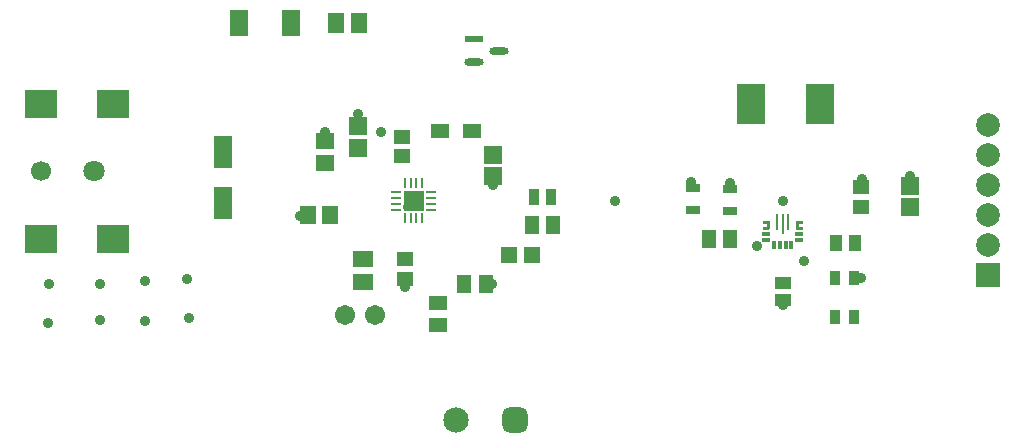
<source format=gts>
G04*
G04 #@! TF.GenerationSoftware,Altium Limited,Altium Designer,24.2.2 (26)*
G04*
G04 Layer_Color=8388736*
%FSLAX44Y44*%
%MOMM*%
G71*
G04*
G04 #@! TF.SameCoordinates,AEC4A8A8-F976-43A1-B07D-7652D342165A*
G04*
G04*
G04 #@! TF.FilePolarity,Negative*
G04*
G01*
G75*
%ADD18R,0.8081X1.2621*%
%ADD19R,1.3562X1.0546*%
%ADD24R,1.5562X1.5046*%
%ADD25R,1.4562X1.2546*%
%ADD26R,1.3000X0.7000*%
%ADD27R,2.4130X3.4290*%
%ADD28R,2.8000X2.4000*%
%ADD29R,1.6000X2.8000*%
%ADD30R,1.5000X1.2000*%
G04:AMPARAMS|DCode=32|XSize=1.636mm|YSize=0.6251mm|CornerRadius=0.3125mm|HoleSize=0mm|Usage=FLASHONLY|Rotation=0.000|XOffset=0mm|YOffset=0mm|HoleType=Round|Shape=RoundedRectangle|*
%AMROUNDEDRECTD32*
21,1,1.6360,0.0000,0,0,0.0*
21,1,1.0110,0.6251,0,0,0.0*
1,1,0.6251,0.5055,0.0000*
1,1,0.6251,-0.5055,0.0000*
1,1,0.6251,-0.5055,0.0000*
1,1,0.6251,0.5055,0.0000*
%
%ADD32ROUNDEDRECTD32*%
%ADD33R,1.6360X0.6251*%
%ADD34R,1.8034X1.8034*%
%ADD35R,0.2540X0.8128*%
%ADD36R,0.8128X0.2540*%
%ADD37R,1.5082X1.4057*%
%ADD38R,1.3621X1.1546*%
%ADD39R,0.9500X1.3500*%
%ADD40R,1.4057X1.5082*%
%ADD41R,1.3546X1.4621*%
%ADD44R,1.6032X2.2032*%
%ADD45R,1.0032X1.4532*%
%ADD46R,1.2032X1.5532*%
%ADD47R,0.3416X0.7016*%
%ADD48R,0.7016X0.3416*%
%ADD49R,0.2484X1.3484*%
%ADD50R,0.2484X1.6984*%
%ADD51R,1.4032X1.6532*%
%ADD52R,1.6532X1.4032*%
%ADD53R,1.5532X1.2032*%
%ADD54C,2.0032*%
%ADD55R,2.0032X2.0032*%
%ADD56C,1.7000*%
%ADD57C,1.8000*%
%ADD58C,1.7032*%
G04:AMPARAMS|DCode=59|XSize=2.1532mm|YSize=2.1532mm|CornerRadius=0.5891mm|HoleSize=0mm|Usage=FLASHONLY|Rotation=180.000|XOffset=0mm|YOffset=0mm|HoleType=Round|Shape=RoundedRectangle|*
%AMROUNDEDRECTD59*
21,1,2.1532,0.9750,0,0,180.0*
21,1,0.9750,2.1532,0,0,180.0*
1,1,1.1782,-0.4875,0.4875*
1,1,1.1782,0.4875,0.4875*
1,1,1.1782,0.4875,-0.4875*
1,1,1.1782,-0.4875,-0.4875*
%
%ADD59ROUNDEDRECTD59*%
%ADD60C,2.1532*%
%ADD61C,0.7112*%
%ADD62C,0.9032*%
G36*
X957608Y1047850D02*
X957701Y1047822D01*
X957748Y1047797D01*
X957788Y1047776D01*
X957863Y1047714D01*
Y1047714D01*
X957864D01*
X957926Y1047638D01*
X957947Y1047598D01*
X957972Y1047551D01*
X958000Y1047458D01*
X958010Y1047360D01*
Y1042360D01*
D01*
Y1040860D01*
X958000Y1040762D01*
X957972Y1040669D01*
X957947Y1040622D01*
X957926Y1040582D01*
X957864Y1040507D01*
X957863D01*
Y1040506D01*
X957788Y1040444D01*
X957748Y1040423D01*
X957701Y1040398D01*
X957608Y1040370D01*
X957510Y1040360D01*
X952510D01*
X952412Y1040370D01*
X952319Y1040398D01*
X952232Y1040444D01*
X952157Y1040506D01*
X952094Y1040582D01*
X952048Y1040669D01*
X952020Y1040762D01*
X952010Y1040860D01*
Y1042360D01*
X952020Y1042458D01*
X952048Y1042551D01*
X952094Y1042638D01*
X952157Y1042713D01*
X952232Y1042776D01*
X952319Y1042822D01*
X952412Y1042850D01*
X952510Y1042860D01*
X955510D01*
Y1045360D01*
X952510D01*
X952412Y1045370D01*
X952319Y1045398D01*
X952232Y1045444D01*
X952157Y1045507D01*
X952094Y1045582D01*
X952048Y1045669D01*
X952020Y1045762D01*
X952010Y1045860D01*
Y1047360D01*
X952020Y1047458D01*
X952048Y1047551D01*
X952094Y1047638D01*
X952157Y1047714D01*
X952232Y1047776D01*
X952319Y1047822D01*
X952412Y1047850D01*
X952510Y1047860D01*
X957510D01*
X957608Y1047850D01*
D02*
G37*
G36*
X985608D02*
X985701Y1047822D01*
X985788Y1047776D01*
X985863Y1047714D01*
X985926Y1047638D01*
X985972Y1047551D01*
X986000Y1047458D01*
X986010Y1047360D01*
Y1045860D01*
X986000Y1045762D01*
X985972Y1045669D01*
X985926Y1045582D01*
X985863Y1045507D01*
X985788Y1045444D01*
X985701Y1045398D01*
X985608Y1045370D01*
X985510Y1045360D01*
X982510D01*
Y1042860D01*
X985510D01*
X985608Y1042850D01*
X985701Y1042822D01*
X985788Y1042776D01*
X985863Y1042713D01*
X985926Y1042638D01*
X985972Y1042551D01*
X986000Y1042458D01*
X986010Y1042360D01*
Y1040860D01*
X986000Y1040762D01*
X985972Y1040669D01*
X985926Y1040582D01*
X985863Y1040506D01*
X985788Y1040444D01*
X985701Y1040398D01*
X985608Y1040370D01*
X985510Y1040360D01*
X980510D01*
X980412Y1040370D01*
X980319Y1040398D01*
X980272Y1040423D01*
X980232Y1040444D01*
X980156Y1040506D01*
Y1040507D01*
X980156D01*
X980094Y1040582D01*
X980073Y1040622D01*
X980048Y1040669D01*
X980020Y1040762D01*
X980010Y1040860D01*
Y1042360D01*
Y1045860D01*
Y1047360D01*
D01*
X980020Y1047458D01*
X980048Y1047551D01*
X980073Y1047598D01*
X980094Y1047638D01*
X980156Y1047714D01*
X980156D01*
Y1047714D01*
X980232Y1047776D01*
X980272Y1047797D01*
X980319Y1047822D01*
X980412Y1047850D01*
X980510Y1047860D01*
X985510D01*
X985608Y1047850D01*
D02*
G37*
D18*
X1029100Y999490D02*
D03*
X1013060D02*
D03*
Y966470D02*
D03*
X1029100D02*
D03*
D19*
X969010Y995318D02*
D03*
Y980802D02*
D03*
D24*
X1076960Y1059180D02*
D03*
Y1077196D02*
D03*
X609600Y1109862D02*
D03*
Y1127878D02*
D03*
X723900Y1085614D02*
D03*
Y1103630D02*
D03*
D25*
X1035050Y1059812D02*
D03*
Y1076328D02*
D03*
X646430Y1118876D02*
D03*
Y1102360D02*
D03*
D26*
X924560Y1056030D02*
D03*
Y1075030D02*
D03*
X892810Y1056640D02*
D03*
Y1075640D02*
D03*
D27*
X942340Y1146810D02*
D03*
X1000760D02*
D03*
D28*
X341080Y1146660D02*
D03*
Y1032660D02*
D03*
X402080Y1146660D02*
D03*
Y1032660D02*
D03*
D29*
X495300Y1106080D02*
D03*
Y1063080D02*
D03*
D30*
X705650Y1123950D02*
D03*
X678650D02*
D03*
D32*
X729192Y1191920D02*
D03*
X707390Y1182420D02*
D03*
D33*
Y1201420D02*
D03*
D34*
X656550Y1064768D02*
D03*
D35*
X649050Y1079500D02*
D03*
X654050D02*
D03*
X659050D02*
D03*
X664050D02*
D03*
Y1050036D02*
D03*
X659050D02*
D03*
X654050D02*
D03*
X649050D02*
D03*
D36*
X671282Y1072268D02*
D03*
Y1067268D02*
D03*
Y1062268D02*
D03*
Y1057268D02*
D03*
X641818D02*
D03*
Y1062268D02*
D03*
Y1067268D02*
D03*
Y1072268D02*
D03*
D37*
X581660Y1115432D02*
D03*
Y1096908D02*
D03*
D38*
X648970Y1015868D02*
D03*
Y998352D02*
D03*
D39*
X758310Y1068070D02*
D03*
X773310D02*
D03*
D40*
X567318Y1052830D02*
D03*
X585842D02*
D03*
D41*
X756518Y1018540D02*
D03*
X737002D02*
D03*
D44*
X552860Y1215390D02*
D03*
X508860D02*
D03*
D45*
X1030350Y1028700D02*
D03*
X1014350D02*
D03*
D46*
X924670Y1032510D02*
D03*
X906670D02*
D03*
X756810Y1043940D02*
D03*
X774810D02*
D03*
X699550Y994410D02*
D03*
X717550D02*
D03*
D47*
X961510Y1027360D02*
D03*
X966510D02*
D03*
X971510D02*
D03*
X976510D02*
D03*
D48*
X983010Y1031610D02*
D03*
Y1036610D02*
D03*
X955010D02*
D03*
Y1031610D02*
D03*
D49*
X974010Y1046610D02*
D03*
X964010D02*
D03*
D50*
X969010Y1044860D02*
D03*
D51*
X590710Y1215390D02*
D03*
X610710D02*
D03*
D52*
X613410Y1015840D02*
D03*
Y995840D02*
D03*
D53*
X676910Y960010D02*
D03*
Y978010D02*
D03*
D54*
X1143000Y1052830D02*
D03*
Y1027430D02*
D03*
Y1078230D02*
D03*
Y1103630D02*
D03*
Y1129030D02*
D03*
D55*
Y1002030D02*
D03*
D56*
X341080Y1089660D02*
D03*
D57*
X386080D02*
D03*
D58*
X598170Y967740D02*
D03*
X623570D02*
D03*
D59*
X742550Y878880D02*
D03*
D60*
X692550D02*
D03*
D61*
X659130Y1069340D02*
D03*
X662289Y1059768D02*
D03*
X650811D02*
D03*
X656590Y1061720D02*
D03*
X651510Y1069340D02*
D03*
D62*
X969010Y976320D02*
D03*
X826770Y1064260D02*
D03*
X891540Y1080770D02*
D03*
X924560Y1079500D02*
D03*
X947420Y1026160D02*
D03*
X969010Y1064260D02*
D03*
X986790Y1013460D02*
D03*
X1035050Y999490D02*
D03*
X1036320Y1083310D02*
D03*
X1076960Y1085850D02*
D03*
X723900Y1078230D02*
D03*
X628650Y1122680D02*
D03*
X648970Y991870D02*
D03*
X722630Y994410D02*
D03*
X609600Y1137920D02*
D03*
X581660Y1122680D02*
D03*
X560070Y1051560D02*
D03*
X466090Y965200D02*
D03*
X464820Y998220D02*
D03*
X429260Y962660D02*
D03*
Y996950D02*
D03*
X391160Y963930D02*
D03*
Y994410D02*
D03*
X346710Y961390D02*
D03*
X347980Y994410D02*
D03*
M02*

</source>
